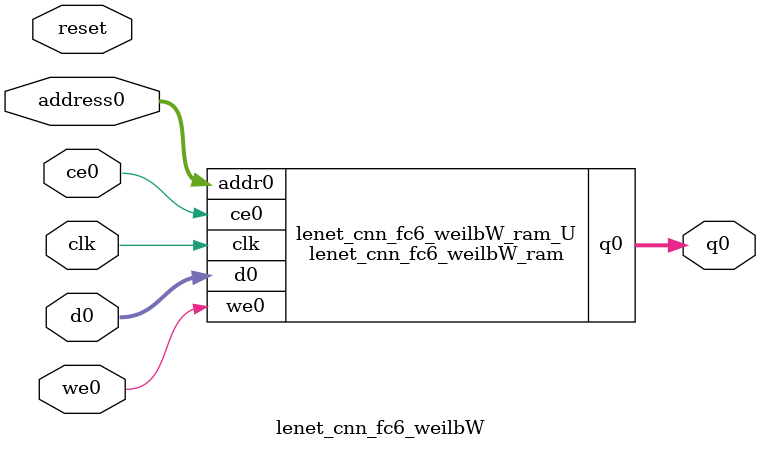
<source format=v>
`timescale 1 ns / 1 ps
module lenet_cnn_fc6_weilbW_ram (addr0, ce0, d0, we0, q0,  clk);

parameter DWIDTH = 32;
parameter AWIDTH = 11;
parameter MEM_SIZE = 1200;

input[AWIDTH-1:0] addr0;
input ce0;
input[DWIDTH-1:0] d0;
input we0;
output reg[DWIDTH-1:0] q0;
input clk;

(* ram_style = "block" *)reg [DWIDTH-1:0] ram[0:MEM_SIZE-1];




always @(posedge clk)  
begin 
    if (ce0) 
    begin
        if (we0) 
        begin 
            ram[addr0] <= d0; 
        end 
        q0 <= ram[addr0];
    end
end


endmodule

`timescale 1 ns / 1 ps
module lenet_cnn_fc6_weilbW(
    reset,
    clk,
    address0,
    ce0,
    we0,
    d0,
    q0);

parameter DataWidth = 32'd32;
parameter AddressRange = 32'd1200;
parameter AddressWidth = 32'd11;
input reset;
input clk;
input[AddressWidth - 1:0] address0;
input ce0;
input we0;
input[DataWidth - 1:0] d0;
output[DataWidth - 1:0] q0;



lenet_cnn_fc6_weilbW_ram lenet_cnn_fc6_weilbW_ram_U(
    .clk( clk ),
    .addr0( address0 ),
    .ce0( ce0 ),
    .we0( we0 ),
    .d0( d0 ),
    .q0( q0 ));

endmodule


</source>
